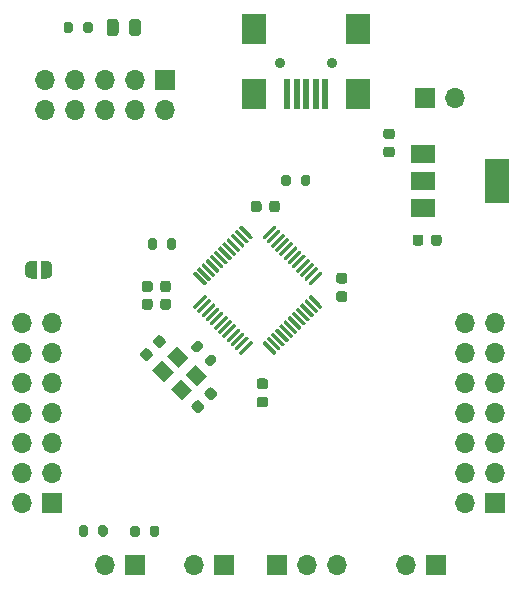
<source format=gbr>
%TF.GenerationSoftware,KiCad,Pcbnew,(5.1.10)-1*%
%TF.CreationDate,2021-07-29T02:28:10+01:00*%
%TF.ProjectId,STM32_MSB,53544d33-325f-44d5-9342-2e6b69636164,rev?*%
%TF.SameCoordinates,Original*%
%TF.FileFunction,Soldermask,Top*%
%TF.FilePolarity,Negative*%
%FSLAX46Y46*%
G04 Gerber Fmt 4.6, Leading zero omitted, Abs format (unit mm)*
G04 Created by KiCad (PCBNEW (5.1.10)-1) date 2021-07-29 02:28:10*
%MOMM*%
%LPD*%
G01*
G04 APERTURE LIST*
%ADD10R,2.000000X2.500000*%
%ADD11R,0.500000X2.500000*%
%ADD12C,0.900000*%
%ADD13O,1.700000X1.700000*%
%ADD14R,1.700000X1.700000*%
%ADD15C,0.100000*%
%ADD16R,2.000000X3.800000*%
%ADD17R,2.000000X1.500000*%
G04 APERTURE END LIST*
D10*
%TO.C,J1*%
X52400000Y-18600000D03*
X43600000Y-18600000D03*
X52400000Y-24100000D03*
X43600000Y-24100000D03*
D11*
X49600000Y-24100000D03*
X48800000Y-24100000D03*
X48000000Y-24100000D03*
X47200000Y-24100000D03*
X46400000Y-24100000D03*
D12*
X50200000Y-21500000D03*
X45800000Y-21500000D03*
%TD*%
%TO.C,C1*%
G36*
G01*
X55250000Y-29500000D02*
X54750000Y-29500000D01*
G75*
G02*
X54525000Y-29275000I0J225000D01*
G01*
X54525000Y-28825000D01*
G75*
G02*
X54750000Y-28600000I225000J0D01*
G01*
X55250000Y-28600000D01*
G75*
G02*
X55475000Y-28825000I0J-225000D01*
G01*
X55475000Y-29275000D01*
G75*
G02*
X55250000Y-29500000I-225000J0D01*
G01*
G37*
G36*
G01*
X55250000Y-27950000D02*
X54750000Y-27950000D01*
G75*
G02*
X54525000Y-27725000I0J225000D01*
G01*
X54525000Y-27275000D01*
G75*
G02*
X54750000Y-27050000I225000J0D01*
G01*
X55250000Y-27050000D01*
G75*
G02*
X55475000Y-27275000I0J-225000D01*
G01*
X55475000Y-27725000D01*
G75*
G02*
X55250000Y-27950000I-225000J0D01*
G01*
G37*
%TD*%
%TO.C,C2*%
G36*
G01*
X58550000Y-36750000D02*
X58550000Y-36250000D01*
G75*
G02*
X58775000Y-36025000I225000J0D01*
G01*
X59225000Y-36025000D01*
G75*
G02*
X59450000Y-36250000I0J-225000D01*
G01*
X59450000Y-36750000D01*
G75*
G02*
X59225000Y-36975000I-225000J0D01*
G01*
X58775000Y-36975000D01*
G75*
G02*
X58550000Y-36750000I0J225000D01*
G01*
G37*
G36*
G01*
X57000000Y-36750000D02*
X57000000Y-36250000D01*
G75*
G02*
X57225000Y-36025000I225000J0D01*
G01*
X57675000Y-36025000D01*
G75*
G02*
X57900000Y-36250000I0J-225000D01*
G01*
X57900000Y-36750000D01*
G75*
G02*
X57675000Y-36975000I-225000J0D01*
G01*
X57225000Y-36975000D01*
G75*
G02*
X57000000Y-36750000I0J225000D01*
G01*
G37*
%TD*%
%TO.C,C3*%
G36*
G01*
X34975000Y-40175000D02*
X34975000Y-40675000D01*
G75*
G02*
X34750000Y-40900000I-225000J0D01*
G01*
X34300000Y-40900000D01*
G75*
G02*
X34075000Y-40675000I0J225000D01*
G01*
X34075000Y-40175000D01*
G75*
G02*
X34300000Y-39950000I225000J0D01*
G01*
X34750000Y-39950000D01*
G75*
G02*
X34975000Y-40175000I0J-225000D01*
G01*
G37*
G36*
G01*
X36525000Y-40175000D02*
X36525000Y-40675000D01*
G75*
G02*
X36300000Y-40900000I-225000J0D01*
G01*
X35850000Y-40900000D01*
G75*
G02*
X35625000Y-40675000I0J225000D01*
G01*
X35625000Y-40175000D01*
G75*
G02*
X35850000Y-39950000I225000J0D01*
G01*
X36300000Y-39950000D01*
G75*
G02*
X36525000Y-40175000I0J-225000D01*
G01*
G37*
%TD*%
%TO.C,C4*%
G36*
G01*
X36525000Y-41675000D02*
X36525000Y-42175000D01*
G75*
G02*
X36300000Y-42400000I-225000J0D01*
G01*
X35850000Y-42400000D01*
G75*
G02*
X35625000Y-42175000I0J225000D01*
G01*
X35625000Y-41675000D01*
G75*
G02*
X35850000Y-41450000I225000J0D01*
G01*
X36300000Y-41450000D01*
G75*
G02*
X36525000Y-41675000I0J-225000D01*
G01*
G37*
G36*
G01*
X34975000Y-41675000D02*
X34975000Y-42175000D01*
G75*
G02*
X34750000Y-42400000I-225000J0D01*
G01*
X34300000Y-42400000D01*
G75*
G02*
X34075000Y-42175000I0J225000D01*
G01*
X34075000Y-41675000D01*
G75*
G02*
X34300000Y-41450000I225000J0D01*
G01*
X34750000Y-41450000D01*
G75*
G02*
X34975000Y-41675000I0J-225000D01*
G01*
G37*
%TD*%
%TO.C,C5*%
G36*
G01*
X51250000Y-40175000D02*
X50750000Y-40175000D01*
G75*
G02*
X50525000Y-39950000I0J225000D01*
G01*
X50525000Y-39500000D01*
G75*
G02*
X50750000Y-39275000I225000J0D01*
G01*
X51250000Y-39275000D01*
G75*
G02*
X51475000Y-39500000I0J-225000D01*
G01*
X51475000Y-39950000D01*
G75*
G02*
X51250000Y-40175000I-225000J0D01*
G01*
G37*
G36*
G01*
X51250000Y-41725000D02*
X50750000Y-41725000D01*
G75*
G02*
X50525000Y-41500000I0J225000D01*
G01*
X50525000Y-41050000D01*
G75*
G02*
X50750000Y-40825000I225000J0D01*
G01*
X51250000Y-40825000D01*
G75*
G02*
X51475000Y-41050000I0J-225000D01*
G01*
X51475000Y-41500000D01*
G75*
G02*
X51250000Y-41725000I-225000J0D01*
G01*
G37*
%TD*%
%TO.C,C6*%
G36*
G01*
X45751200Y-33405000D02*
X45751200Y-33905000D01*
G75*
G02*
X45526200Y-34130000I-225000J0D01*
G01*
X45076200Y-34130000D01*
G75*
G02*
X44851200Y-33905000I0J225000D01*
G01*
X44851200Y-33405000D01*
G75*
G02*
X45076200Y-33180000I225000J0D01*
G01*
X45526200Y-33180000D01*
G75*
G02*
X45751200Y-33405000I0J-225000D01*
G01*
G37*
G36*
G01*
X44201200Y-33405000D02*
X44201200Y-33905000D01*
G75*
G02*
X43976200Y-34130000I-225000J0D01*
G01*
X43526200Y-34130000D01*
G75*
G02*
X43301200Y-33905000I0J225000D01*
G01*
X43301200Y-33405000D01*
G75*
G02*
X43526200Y-33180000I225000J0D01*
G01*
X43976200Y-33180000D01*
G75*
G02*
X44201200Y-33405000I0J-225000D01*
G01*
G37*
%TD*%
%TO.C,C7*%
G36*
G01*
X44022200Y-49765800D02*
X44522200Y-49765800D01*
G75*
G02*
X44747200Y-49990800I0J-225000D01*
G01*
X44747200Y-50440800D01*
G75*
G02*
X44522200Y-50665800I-225000J0D01*
G01*
X44022200Y-50665800D01*
G75*
G02*
X43797200Y-50440800I0J225000D01*
G01*
X43797200Y-49990800D01*
G75*
G02*
X44022200Y-49765800I225000J0D01*
G01*
G37*
G36*
G01*
X44022200Y-48215800D02*
X44522200Y-48215800D01*
G75*
G02*
X44747200Y-48440800I0J-225000D01*
G01*
X44747200Y-48890800D01*
G75*
G02*
X44522200Y-49115800I-225000J0D01*
G01*
X44022200Y-49115800D01*
G75*
G02*
X43797200Y-48890800I0J225000D01*
G01*
X43797200Y-48440800D01*
G75*
G02*
X44022200Y-48215800I225000J0D01*
G01*
G37*
%TD*%
%TO.C,C8*%
G36*
G01*
X34311771Y-46686783D02*
X33958217Y-46333229D01*
G75*
G02*
X33958217Y-46015031I159099J159099D01*
G01*
X34276415Y-45696833D01*
G75*
G02*
X34594613Y-45696833I159099J-159099D01*
G01*
X34948167Y-46050387D01*
G75*
G02*
X34948167Y-46368585I-159099J-159099D01*
G01*
X34629969Y-46686783D01*
G75*
G02*
X34311771Y-46686783I-159099J159099D01*
G01*
G37*
G36*
G01*
X35407787Y-45590767D02*
X35054233Y-45237213D01*
G75*
G02*
X35054233Y-44919015I159099J159099D01*
G01*
X35372431Y-44600817D01*
G75*
G02*
X35690629Y-44600817I159099J-159099D01*
G01*
X36044183Y-44954371D01*
G75*
G02*
X36044183Y-45272569I-159099J-159099D01*
G01*
X35725985Y-45590767D01*
G75*
G02*
X35407787Y-45590767I-159099J159099D01*
G01*
G37*
%TD*%
%TO.C,C9*%
G36*
G01*
X38672911Y-51102624D02*
X38319357Y-50749070D01*
G75*
G02*
X38319357Y-50430872I159099J159099D01*
G01*
X38637555Y-50112674D01*
G75*
G02*
X38955753Y-50112674I159099J-159099D01*
G01*
X39309307Y-50466228D01*
G75*
G02*
X39309307Y-50784426I-159099J-159099D01*
G01*
X38991109Y-51102624D01*
G75*
G02*
X38672911Y-51102624I-159099J159099D01*
G01*
G37*
G36*
G01*
X39768927Y-50006608D02*
X39415373Y-49653054D01*
G75*
G02*
X39415373Y-49334856I159099J159099D01*
G01*
X39733571Y-49016658D01*
G75*
G02*
X40051769Y-49016658I159099J-159099D01*
G01*
X40405323Y-49370212D01*
G75*
G02*
X40405323Y-49688410I-159099J-159099D01*
G01*
X40087125Y-50006608D01*
G75*
G02*
X39768927Y-50006608I-159099J159099D01*
G01*
G37*
%TD*%
%TO.C,D1*%
G36*
G01*
X31100000Y-18975000D02*
X31100000Y-18025000D01*
G75*
G02*
X31350000Y-17775000I250000J0D01*
G01*
X31850000Y-17775000D01*
G75*
G02*
X32100000Y-18025000I0J-250000D01*
G01*
X32100000Y-18975000D01*
G75*
G02*
X31850000Y-19225000I-250000J0D01*
G01*
X31350000Y-19225000D01*
G75*
G02*
X31100000Y-18975000I0J250000D01*
G01*
G37*
G36*
G01*
X33000000Y-18975000D02*
X33000000Y-18025000D01*
G75*
G02*
X33250000Y-17775000I250000J0D01*
G01*
X33750000Y-17775000D01*
G75*
G02*
X34000000Y-18025000I0J-250000D01*
G01*
X34000000Y-18975000D01*
G75*
G02*
X33750000Y-19225000I-250000J0D01*
G01*
X33250000Y-19225000D01*
G75*
G02*
X33000000Y-18975000I0J250000D01*
G01*
G37*
%TD*%
D13*
%TO.C,J2*%
X61460000Y-43500000D03*
X64000000Y-43500000D03*
X61460000Y-46040000D03*
X64000000Y-46040000D03*
X61460000Y-48580000D03*
X64000000Y-48580000D03*
X61460000Y-51120000D03*
X64000000Y-51120000D03*
X61460000Y-53660000D03*
X64000000Y-53660000D03*
X61460000Y-56200000D03*
X64000000Y-56200000D03*
X61460000Y-58740000D03*
D14*
X64000000Y-58740000D03*
%TD*%
%TO.C,J3*%
X26500000Y-58740000D03*
D13*
X23960000Y-58740000D03*
X26500000Y-56200000D03*
X23960000Y-56200000D03*
X26500000Y-53660000D03*
X23960000Y-53660000D03*
X26500000Y-51120000D03*
X23960000Y-51120000D03*
X26500000Y-48580000D03*
X23960000Y-48580000D03*
X26500000Y-46040000D03*
X23960000Y-46040000D03*
X26500000Y-43500000D03*
X23960000Y-43500000D03*
%TD*%
D14*
%TO.C,J4*%
X41000000Y-64000000D03*
D13*
X38460000Y-64000000D03*
%TD*%
%TO.C,J5*%
X30960000Y-64000000D03*
D14*
X33500000Y-64000000D03*
%TD*%
%TO.C,J6*%
X59000000Y-64000000D03*
D13*
X56460000Y-64000000D03*
%TD*%
D14*
%TO.C,J7*%
X36040000Y-22960000D03*
D13*
X36040000Y-25500000D03*
X33500000Y-22960000D03*
X33500000Y-25500000D03*
X30960000Y-22960000D03*
X30960000Y-25500000D03*
X28420000Y-22960000D03*
X28420000Y-25500000D03*
X25880000Y-22960000D03*
X25880000Y-25500000D03*
%TD*%
D14*
%TO.C,J8*%
X45500000Y-64000000D03*
D13*
X48040000Y-64000000D03*
X50580000Y-64000000D03*
%TD*%
%TO.C,JP1*%
X60540000Y-24500000D03*
D14*
X58000000Y-24500000D03*
%TD*%
D15*
%TO.C,JP2*%
G36*
X25200000Y-39750000D02*
G01*
X24700000Y-39750000D01*
X24700000Y-39749398D01*
X24675466Y-39749398D01*
X24626635Y-39744588D01*
X24578510Y-39735016D01*
X24531555Y-39720772D01*
X24486222Y-39701995D01*
X24442949Y-39678864D01*
X24402150Y-39651604D01*
X24364221Y-39620476D01*
X24329524Y-39585779D01*
X24298396Y-39547850D01*
X24271136Y-39507051D01*
X24248005Y-39463778D01*
X24229228Y-39418445D01*
X24214984Y-39371490D01*
X24205412Y-39323365D01*
X24200602Y-39274534D01*
X24200602Y-39250000D01*
X24200000Y-39250000D01*
X24200000Y-38750000D01*
X24200602Y-38750000D01*
X24200602Y-38725466D01*
X24205412Y-38676635D01*
X24214984Y-38628510D01*
X24229228Y-38581555D01*
X24248005Y-38536222D01*
X24271136Y-38492949D01*
X24298396Y-38452150D01*
X24329524Y-38414221D01*
X24364221Y-38379524D01*
X24402150Y-38348396D01*
X24442949Y-38321136D01*
X24486222Y-38298005D01*
X24531555Y-38279228D01*
X24578510Y-38264984D01*
X24626635Y-38255412D01*
X24675466Y-38250602D01*
X24700000Y-38250602D01*
X24700000Y-38250000D01*
X25200000Y-38250000D01*
X25200000Y-39750000D01*
G37*
G36*
X26000000Y-38250602D02*
G01*
X26024534Y-38250602D01*
X26073365Y-38255412D01*
X26121490Y-38264984D01*
X26168445Y-38279228D01*
X26213778Y-38298005D01*
X26257051Y-38321136D01*
X26297850Y-38348396D01*
X26335779Y-38379524D01*
X26370476Y-38414221D01*
X26401604Y-38452150D01*
X26428864Y-38492949D01*
X26451995Y-38536222D01*
X26470772Y-38581555D01*
X26485016Y-38628510D01*
X26494588Y-38676635D01*
X26499398Y-38725466D01*
X26499398Y-38750000D01*
X26500000Y-38750000D01*
X26500000Y-39250000D01*
X26499398Y-39250000D01*
X26499398Y-39274534D01*
X26494588Y-39323365D01*
X26485016Y-39371490D01*
X26470772Y-39418445D01*
X26451995Y-39463778D01*
X26428864Y-39507051D01*
X26401604Y-39547850D01*
X26370476Y-39585779D01*
X26335779Y-39620476D01*
X26297850Y-39651604D01*
X26257051Y-39678864D01*
X26213778Y-39701995D01*
X26168445Y-39720772D01*
X26121490Y-39735016D01*
X26073365Y-39744588D01*
X26024534Y-39749398D01*
X26000000Y-39749398D01*
X26000000Y-39750000D01*
X25500000Y-39750000D01*
X25500000Y-38250000D01*
X26000000Y-38250000D01*
X26000000Y-38250602D01*
G37*
%TD*%
%TO.C,R1*%
G36*
G01*
X47529800Y-31720200D02*
X47529800Y-31170200D01*
G75*
G02*
X47729800Y-30970200I200000J0D01*
G01*
X48129800Y-30970200D01*
G75*
G02*
X48329800Y-31170200I0J-200000D01*
G01*
X48329800Y-31720200D01*
G75*
G02*
X48129800Y-31920200I-200000J0D01*
G01*
X47729800Y-31920200D01*
G75*
G02*
X47529800Y-31720200I0J200000D01*
G01*
G37*
G36*
G01*
X45879800Y-31720200D02*
X45879800Y-31170200D01*
G75*
G02*
X46079800Y-30970200I200000J0D01*
G01*
X46479800Y-30970200D01*
G75*
G02*
X46679800Y-31170200I0J-200000D01*
G01*
X46679800Y-31720200D01*
G75*
G02*
X46479800Y-31920200I-200000J0D01*
G01*
X46079800Y-31920200D01*
G75*
G02*
X45879800Y-31720200I0J200000D01*
G01*
G37*
%TD*%
%TO.C,R2*%
G36*
G01*
X29900000Y-18225000D02*
X29900000Y-18775000D01*
G75*
G02*
X29700000Y-18975000I-200000J0D01*
G01*
X29300000Y-18975000D01*
G75*
G02*
X29100000Y-18775000I0J200000D01*
G01*
X29100000Y-18225000D01*
G75*
G02*
X29300000Y-18025000I200000J0D01*
G01*
X29700000Y-18025000D01*
G75*
G02*
X29900000Y-18225000I0J-200000D01*
G01*
G37*
G36*
G01*
X28250000Y-18225000D02*
X28250000Y-18775000D01*
G75*
G02*
X28050000Y-18975000I-200000J0D01*
G01*
X27650000Y-18975000D01*
G75*
G02*
X27450000Y-18775000I0J200000D01*
G01*
X27450000Y-18225000D01*
G75*
G02*
X27650000Y-18025000I200000J0D01*
G01*
X28050000Y-18025000D01*
G75*
G02*
X28250000Y-18225000I0J-200000D01*
G01*
G37*
%TD*%
%TO.C,R3*%
G36*
G01*
X37001400Y-36555000D02*
X37001400Y-37105000D01*
G75*
G02*
X36801400Y-37305000I-200000J0D01*
G01*
X36401400Y-37305000D01*
G75*
G02*
X36201400Y-37105000I0J200000D01*
G01*
X36201400Y-36555000D01*
G75*
G02*
X36401400Y-36355000I200000J0D01*
G01*
X36801400Y-36355000D01*
G75*
G02*
X37001400Y-36555000I0J-200000D01*
G01*
G37*
G36*
G01*
X35351400Y-36555000D02*
X35351400Y-37105000D01*
G75*
G02*
X35151400Y-37305000I-200000J0D01*
G01*
X34751400Y-37305000D01*
G75*
G02*
X34551400Y-37105000I0J200000D01*
G01*
X34551400Y-36555000D01*
G75*
G02*
X34751400Y-36355000I200000J0D01*
G01*
X35151400Y-36355000D01*
G75*
G02*
X35351400Y-36555000I0J-200000D01*
G01*
G37*
%TD*%
%TO.C,R4*%
G36*
G01*
X39433051Y-46594818D02*
X39821960Y-46205909D01*
G75*
G02*
X40104802Y-46205909I141421J-141421D01*
G01*
X40387645Y-46488752D01*
G75*
G02*
X40387645Y-46771594I-141421J-141421D01*
G01*
X39998736Y-47160503D01*
G75*
G02*
X39715894Y-47160503I-141421J141421D01*
G01*
X39433051Y-46877660D01*
G75*
G02*
X39433051Y-46594818I141421J141421D01*
G01*
G37*
G36*
G01*
X38266325Y-45428092D02*
X38655234Y-45039183D01*
G75*
G02*
X38938076Y-45039183I141421J-141421D01*
G01*
X39220919Y-45322026D01*
G75*
G02*
X39220919Y-45604868I-141421J-141421D01*
G01*
X38832010Y-45993777D01*
G75*
G02*
X38549168Y-45993777I-141421J141421D01*
G01*
X38266325Y-45710934D01*
G75*
G02*
X38266325Y-45428092I141421J141421D01*
G01*
G37*
%TD*%
%TO.C,R5*%
G36*
G01*
X28725000Y-61400000D02*
X28725000Y-60850000D01*
G75*
G02*
X28925000Y-60650000I200000J0D01*
G01*
X29325000Y-60650000D01*
G75*
G02*
X29525000Y-60850000I0J-200000D01*
G01*
X29525000Y-61400000D01*
G75*
G02*
X29325000Y-61600000I-200000J0D01*
G01*
X28925000Y-61600000D01*
G75*
G02*
X28725000Y-61400000I0J200000D01*
G01*
G37*
G36*
G01*
X30375000Y-61400000D02*
X30375000Y-60850000D01*
G75*
G02*
X30575000Y-60650000I200000J0D01*
G01*
X30975000Y-60650000D01*
G75*
G02*
X31175000Y-60850000I0J-200000D01*
G01*
X31175000Y-61400000D01*
G75*
G02*
X30975000Y-61600000I-200000J0D01*
G01*
X30575000Y-61600000D01*
G75*
G02*
X30375000Y-61400000I0J200000D01*
G01*
G37*
%TD*%
%TO.C,R6*%
G36*
G01*
X33875000Y-60875000D02*
X33875000Y-61425000D01*
G75*
G02*
X33675000Y-61625000I-200000J0D01*
G01*
X33275000Y-61625000D01*
G75*
G02*
X33075000Y-61425000I0J200000D01*
G01*
X33075000Y-60875000D01*
G75*
G02*
X33275000Y-60675000I200000J0D01*
G01*
X33675000Y-60675000D01*
G75*
G02*
X33875000Y-60875000I0J-200000D01*
G01*
G37*
G36*
G01*
X35525000Y-60875000D02*
X35525000Y-61425000D01*
G75*
G02*
X35325000Y-61625000I-200000J0D01*
G01*
X34925000Y-61625000D01*
G75*
G02*
X34725000Y-61425000I0J200000D01*
G01*
X34725000Y-60875000D01*
G75*
G02*
X34925000Y-60675000I200000J0D01*
G01*
X35325000Y-60675000D01*
G75*
G02*
X35525000Y-60875000I0J-200000D01*
G01*
G37*
%TD*%
D16*
%TO.C,U1*%
X64150000Y-31500000D03*
D17*
X57850000Y-31500000D03*
X57850000Y-33800000D03*
X57850000Y-29200000D03*
%TD*%
%TO.C,U2*%
G36*
G01*
X38523557Y-42306757D02*
X38417491Y-42200691D01*
G75*
G02*
X38417491Y-42094625I53033J53033D01*
G01*
X39354407Y-41157709D01*
G75*
G02*
X39460473Y-41157709I53033J-53033D01*
G01*
X39566539Y-41263775D01*
G75*
G02*
X39566539Y-41369841I-53033J-53033D01*
G01*
X38629623Y-42306757D01*
G75*
G02*
X38523557Y-42306757I-53033J53033D01*
G01*
G37*
G36*
G01*
X38877111Y-42660311D02*
X38771045Y-42554245D01*
G75*
G02*
X38771045Y-42448179I53033J53033D01*
G01*
X39707961Y-41511263D01*
G75*
G02*
X39814027Y-41511263I53033J-53033D01*
G01*
X39920093Y-41617329D01*
G75*
G02*
X39920093Y-41723395I-53033J-53033D01*
G01*
X38983177Y-42660311D01*
G75*
G02*
X38877111Y-42660311I-53033J53033D01*
G01*
G37*
G36*
G01*
X39230664Y-43013864D02*
X39124598Y-42907798D01*
G75*
G02*
X39124598Y-42801732I53033J53033D01*
G01*
X40061514Y-41864816D01*
G75*
G02*
X40167580Y-41864816I53033J-53033D01*
G01*
X40273646Y-41970882D01*
G75*
G02*
X40273646Y-42076948I-53033J-53033D01*
G01*
X39336730Y-43013864D01*
G75*
G02*
X39230664Y-43013864I-53033J53033D01*
G01*
G37*
G36*
G01*
X39584218Y-43367418D02*
X39478152Y-43261352D01*
G75*
G02*
X39478152Y-43155286I53033J53033D01*
G01*
X40415068Y-42218370D01*
G75*
G02*
X40521134Y-42218370I53033J-53033D01*
G01*
X40627200Y-42324436D01*
G75*
G02*
X40627200Y-42430502I-53033J-53033D01*
G01*
X39690284Y-43367418D01*
G75*
G02*
X39584218Y-43367418I-53033J53033D01*
G01*
G37*
G36*
G01*
X39937771Y-43720971D02*
X39831705Y-43614905D01*
G75*
G02*
X39831705Y-43508839I53033J53033D01*
G01*
X40768621Y-42571923D01*
G75*
G02*
X40874687Y-42571923I53033J-53033D01*
G01*
X40980753Y-42677989D01*
G75*
G02*
X40980753Y-42784055I-53033J-53033D01*
G01*
X40043837Y-43720971D01*
G75*
G02*
X39937771Y-43720971I-53033J53033D01*
G01*
G37*
G36*
G01*
X40291324Y-44074524D02*
X40185258Y-43968458D01*
G75*
G02*
X40185258Y-43862392I53033J53033D01*
G01*
X41122174Y-42925476D01*
G75*
G02*
X41228240Y-42925476I53033J-53033D01*
G01*
X41334306Y-43031542D01*
G75*
G02*
X41334306Y-43137608I-53033J-53033D01*
G01*
X40397390Y-44074524D01*
G75*
G02*
X40291324Y-44074524I-53033J53033D01*
G01*
G37*
G36*
G01*
X40644878Y-44428078D02*
X40538812Y-44322012D01*
G75*
G02*
X40538812Y-44215946I53033J53033D01*
G01*
X41475728Y-43279030D01*
G75*
G02*
X41581794Y-43279030I53033J-53033D01*
G01*
X41687860Y-43385096D01*
G75*
G02*
X41687860Y-43491162I-53033J-53033D01*
G01*
X40750944Y-44428078D01*
G75*
G02*
X40644878Y-44428078I-53033J53033D01*
G01*
G37*
G36*
G01*
X40998431Y-44781631D02*
X40892365Y-44675565D01*
G75*
G02*
X40892365Y-44569499I53033J53033D01*
G01*
X41829281Y-43632583D01*
G75*
G02*
X41935347Y-43632583I53033J-53033D01*
G01*
X42041413Y-43738649D01*
G75*
G02*
X42041413Y-43844715I-53033J-53033D01*
G01*
X41104497Y-44781631D01*
G75*
G02*
X40998431Y-44781631I-53033J53033D01*
G01*
G37*
G36*
G01*
X41351984Y-45135184D02*
X41245918Y-45029118D01*
G75*
G02*
X41245918Y-44923052I53033J53033D01*
G01*
X42182834Y-43986136D01*
G75*
G02*
X42288900Y-43986136I53033J-53033D01*
G01*
X42394966Y-44092202D01*
G75*
G02*
X42394966Y-44198268I-53033J-53033D01*
G01*
X41458050Y-45135184D01*
G75*
G02*
X41351984Y-45135184I-53033J53033D01*
G01*
G37*
G36*
G01*
X41705538Y-45488738D02*
X41599472Y-45382672D01*
G75*
G02*
X41599472Y-45276606I53033J53033D01*
G01*
X42536388Y-44339690D01*
G75*
G02*
X42642454Y-44339690I53033J-53033D01*
G01*
X42748520Y-44445756D01*
G75*
G02*
X42748520Y-44551822I-53033J-53033D01*
G01*
X41811604Y-45488738D01*
G75*
G02*
X41705538Y-45488738I-53033J53033D01*
G01*
G37*
G36*
G01*
X42059091Y-45842291D02*
X41953025Y-45736225D01*
G75*
G02*
X41953025Y-45630159I53033J53033D01*
G01*
X42889941Y-44693243D01*
G75*
G02*
X42996007Y-44693243I53033J-53033D01*
G01*
X43102073Y-44799309D01*
G75*
G02*
X43102073Y-44905375I-53033J-53033D01*
G01*
X42165157Y-45842291D01*
G75*
G02*
X42059091Y-45842291I-53033J53033D01*
G01*
G37*
G36*
G01*
X42412645Y-46195845D02*
X42306579Y-46089779D01*
G75*
G02*
X42306579Y-45983713I53033J53033D01*
G01*
X43243495Y-45046797D01*
G75*
G02*
X43349561Y-45046797I53033J-53033D01*
G01*
X43455627Y-45152863D01*
G75*
G02*
X43455627Y-45258929I-53033J-53033D01*
G01*
X42518711Y-46195845D01*
G75*
G02*
X42412645Y-46195845I-53033J53033D01*
G01*
G37*
G36*
G01*
X45241071Y-46195845D02*
X44304155Y-45258929D01*
G75*
G02*
X44304155Y-45152863I53033J53033D01*
G01*
X44410221Y-45046797D01*
G75*
G02*
X44516287Y-45046797I53033J-53033D01*
G01*
X45453203Y-45983713D01*
G75*
G02*
X45453203Y-46089779I-53033J-53033D01*
G01*
X45347137Y-46195845D01*
G75*
G02*
X45241071Y-46195845I-53033J53033D01*
G01*
G37*
G36*
G01*
X45594625Y-45842291D02*
X44657709Y-44905375D01*
G75*
G02*
X44657709Y-44799309I53033J53033D01*
G01*
X44763775Y-44693243D01*
G75*
G02*
X44869841Y-44693243I53033J-53033D01*
G01*
X45806757Y-45630159D01*
G75*
G02*
X45806757Y-45736225I-53033J-53033D01*
G01*
X45700691Y-45842291D01*
G75*
G02*
X45594625Y-45842291I-53033J53033D01*
G01*
G37*
G36*
G01*
X45948178Y-45488738D02*
X45011262Y-44551822D01*
G75*
G02*
X45011262Y-44445756I53033J53033D01*
G01*
X45117328Y-44339690D01*
G75*
G02*
X45223394Y-44339690I53033J-53033D01*
G01*
X46160310Y-45276606D01*
G75*
G02*
X46160310Y-45382672I-53033J-53033D01*
G01*
X46054244Y-45488738D01*
G75*
G02*
X45948178Y-45488738I-53033J53033D01*
G01*
G37*
G36*
G01*
X46301732Y-45135184D02*
X45364816Y-44198268D01*
G75*
G02*
X45364816Y-44092202I53033J53033D01*
G01*
X45470882Y-43986136D01*
G75*
G02*
X45576948Y-43986136I53033J-53033D01*
G01*
X46513864Y-44923052D01*
G75*
G02*
X46513864Y-45029118I-53033J-53033D01*
G01*
X46407798Y-45135184D01*
G75*
G02*
X46301732Y-45135184I-53033J53033D01*
G01*
G37*
G36*
G01*
X46655285Y-44781631D02*
X45718369Y-43844715D01*
G75*
G02*
X45718369Y-43738649I53033J53033D01*
G01*
X45824435Y-43632583D01*
G75*
G02*
X45930501Y-43632583I53033J-53033D01*
G01*
X46867417Y-44569499D01*
G75*
G02*
X46867417Y-44675565I-53033J-53033D01*
G01*
X46761351Y-44781631D01*
G75*
G02*
X46655285Y-44781631I-53033J53033D01*
G01*
G37*
G36*
G01*
X47008838Y-44428078D02*
X46071922Y-43491162D01*
G75*
G02*
X46071922Y-43385096I53033J53033D01*
G01*
X46177988Y-43279030D01*
G75*
G02*
X46284054Y-43279030I53033J-53033D01*
G01*
X47220970Y-44215946D01*
G75*
G02*
X47220970Y-44322012I-53033J-53033D01*
G01*
X47114904Y-44428078D01*
G75*
G02*
X47008838Y-44428078I-53033J53033D01*
G01*
G37*
G36*
G01*
X47362392Y-44074524D02*
X46425476Y-43137608D01*
G75*
G02*
X46425476Y-43031542I53033J53033D01*
G01*
X46531542Y-42925476D01*
G75*
G02*
X46637608Y-42925476I53033J-53033D01*
G01*
X47574524Y-43862392D01*
G75*
G02*
X47574524Y-43968458I-53033J-53033D01*
G01*
X47468458Y-44074524D01*
G75*
G02*
X47362392Y-44074524I-53033J53033D01*
G01*
G37*
G36*
G01*
X47715945Y-43720971D02*
X46779029Y-42784055D01*
G75*
G02*
X46779029Y-42677989I53033J53033D01*
G01*
X46885095Y-42571923D01*
G75*
G02*
X46991161Y-42571923I53033J-53033D01*
G01*
X47928077Y-43508839D01*
G75*
G02*
X47928077Y-43614905I-53033J-53033D01*
G01*
X47822011Y-43720971D01*
G75*
G02*
X47715945Y-43720971I-53033J53033D01*
G01*
G37*
G36*
G01*
X48069498Y-43367418D02*
X47132582Y-42430502D01*
G75*
G02*
X47132582Y-42324436I53033J53033D01*
G01*
X47238648Y-42218370D01*
G75*
G02*
X47344714Y-42218370I53033J-53033D01*
G01*
X48281630Y-43155286D01*
G75*
G02*
X48281630Y-43261352I-53033J-53033D01*
G01*
X48175564Y-43367418D01*
G75*
G02*
X48069498Y-43367418I-53033J53033D01*
G01*
G37*
G36*
G01*
X48423052Y-43013864D02*
X47486136Y-42076948D01*
G75*
G02*
X47486136Y-41970882I53033J53033D01*
G01*
X47592202Y-41864816D01*
G75*
G02*
X47698268Y-41864816I53033J-53033D01*
G01*
X48635184Y-42801732D01*
G75*
G02*
X48635184Y-42907798I-53033J-53033D01*
G01*
X48529118Y-43013864D01*
G75*
G02*
X48423052Y-43013864I-53033J53033D01*
G01*
G37*
G36*
G01*
X48776605Y-42660311D02*
X47839689Y-41723395D01*
G75*
G02*
X47839689Y-41617329I53033J53033D01*
G01*
X47945755Y-41511263D01*
G75*
G02*
X48051821Y-41511263I53033J-53033D01*
G01*
X48988737Y-42448179D01*
G75*
G02*
X48988737Y-42554245I-53033J-53033D01*
G01*
X48882671Y-42660311D01*
G75*
G02*
X48776605Y-42660311I-53033J53033D01*
G01*
G37*
G36*
G01*
X49130159Y-42306757D02*
X48193243Y-41369841D01*
G75*
G02*
X48193243Y-41263775I53033J53033D01*
G01*
X48299309Y-41157709D01*
G75*
G02*
X48405375Y-41157709I53033J-53033D01*
G01*
X49342291Y-42094625D01*
G75*
G02*
X49342291Y-42200691I-53033J-53033D01*
G01*
X49236225Y-42306757D01*
G75*
G02*
X49130159Y-42306757I-53033J53033D01*
G01*
G37*
G36*
G01*
X48299309Y-40309181D02*
X48193243Y-40203115D01*
G75*
G02*
X48193243Y-40097049I53033J53033D01*
G01*
X49130159Y-39160133D01*
G75*
G02*
X49236225Y-39160133I53033J-53033D01*
G01*
X49342291Y-39266199D01*
G75*
G02*
X49342291Y-39372265I-53033J-53033D01*
G01*
X48405375Y-40309181D01*
G75*
G02*
X48299309Y-40309181I-53033J53033D01*
G01*
G37*
G36*
G01*
X47945755Y-39955627D02*
X47839689Y-39849561D01*
G75*
G02*
X47839689Y-39743495I53033J53033D01*
G01*
X48776605Y-38806579D01*
G75*
G02*
X48882671Y-38806579I53033J-53033D01*
G01*
X48988737Y-38912645D01*
G75*
G02*
X48988737Y-39018711I-53033J-53033D01*
G01*
X48051821Y-39955627D01*
G75*
G02*
X47945755Y-39955627I-53033J53033D01*
G01*
G37*
G36*
G01*
X47592202Y-39602074D02*
X47486136Y-39496008D01*
G75*
G02*
X47486136Y-39389942I53033J53033D01*
G01*
X48423052Y-38453026D01*
G75*
G02*
X48529118Y-38453026I53033J-53033D01*
G01*
X48635184Y-38559092D01*
G75*
G02*
X48635184Y-38665158I-53033J-53033D01*
G01*
X47698268Y-39602074D01*
G75*
G02*
X47592202Y-39602074I-53033J53033D01*
G01*
G37*
G36*
G01*
X47238648Y-39248520D02*
X47132582Y-39142454D01*
G75*
G02*
X47132582Y-39036388I53033J53033D01*
G01*
X48069498Y-38099472D01*
G75*
G02*
X48175564Y-38099472I53033J-53033D01*
G01*
X48281630Y-38205538D01*
G75*
G02*
X48281630Y-38311604I-53033J-53033D01*
G01*
X47344714Y-39248520D01*
G75*
G02*
X47238648Y-39248520I-53033J53033D01*
G01*
G37*
G36*
G01*
X46885095Y-38894967D02*
X46779029Y-38788901D01*
G75*
G02*
X46779029Y-38682835I53033J53033D01*
G01*
X47715945Y-37745919D01*
G75*
G02*
X47822011Y-37745919I53033J-53033D01*
G01*
X47928077Y-37851985D01*
G75*
G02*
X47928077Y-37958051I-53033J-53033D01*
G01*
X46991161Y-38894967D01*
G75*
G02*
X46885095Y-38894967I-53033J53033D01*
G01*
G37*
G36*
G01*
X46531542Y-38541414D02*
X46425476Y-38435348D01*
G75*
G02*
X46425476Y-38329282I53033J53033D01*
G01*
X47362392Y-37392366D01*
G75*
G02*
X47468458Y-37392366I53033J-53033D01*
G01*
X47574524Y-37498432D01*
G75*
G02*
X47574524Y-37604498I-53033J-53033D01*
G01*
X46637608Y-38541414D01*
G75*
G02*
X46531542Y-38541414I-53033J53033D01*
G01*
G37*
G36*
G01*
X46177988Y-38187860D02*
X46071922Y-38081794D01*
G75*
G02*
X46071922Y-37975728I53033J53033D01*
G01*
X47008838Y-37038812D01*
G75*
G02*
X47114904Y-37038812I53033J-53033D01*
G01*
X47220970Y-37144878D01*
G75*
G02*
X47220970Y-37250944I-53033J-53033D01*
G01*
X46284054Y-38187860D01*
G75*
G02*
X46177988Y-38187860I-53033J53033D01*
G01*
G37*
G36*
G01*
X45824435Y-37834307D02*
X45718369Y-37728241D01*
G75*
G02*
X45718369Y-37622175I53033J53033D01*
G01*
X46655285Y-36685259D01*
G75*
G02*
X46761351Y-36685259I53033J-53033D01*
G01*
X46867417Y-36791325D01*
G75*
G02*
X46867417Y-36897391I-53033J-53033D01*
G01*
X45930501Y-37834307D01*
G75*
G02*
X45824435Y-37834307I-53033J53033D01*
G01*
G37*
G36*
G01*
X45470882Y-37480754D02*
X45364816Y-37374688D01*
G75*
G02*
X45364816Y-37268622I53033J53033D01*
G01*
X46301732Y-36331706D01*
G75*
G02*
X46407798Y-36331706I53033J-53033D01*
G01*
X46513864Y-36437772D01*
G75*
G02*
X46513864Y-36543838I-53033J-53033D01*
G01*
X45576948Y-37480754D01*
G75*
G02*
X45470882Y-37480754I-53033J53033D01*
G01*
G37*
G36*
G01*
X45117328Y-37127200D02*
X45011262Y-37021134D01*
G75*
G02*
X45011262Y-36915068I53033J53033D01*
G01*
X45948178Y-35978152D01*
G75*
G02*
X46054244Y-35978152I53033J-53033D01*
G01*
X46160310Y-36084218D01*
G75*
G02*
X46160310Y-36190284I-53033J-53033D01*
G01*
X45223394Y-37127200D01*
G75*
G02*
X45117328Y-37127200I-53033J53033D01*
G01*
G37*
G36*
G01*
X44763775Y-36773647D02*
X44657709Y-36667581D01*
G75*
G02*
X44657709Y-36561515I53033J53033D01*
G01*
X45594625Y-35624599D01*
G75*
G02*
X45700691Y-35624599I53033J-53033D01*
G01*
X45806757Y-35730665D01*
G75*
G02*
X45806757Y-35836731I-53033J-53033D01*
G01*
X44869841Y-36773647D01*
G75*
G02*
X44763775Y-36773647I-53033J53033D01*
G01*
G37*
G36*
G01*
X44410221Y-36420093D02*
X44304155Y-36314027D01*
G75*
G02*
X44304155Y-36207961I53033J53033D01*
G01*
X45241071Y-35271045D01*
G75*
G02*
X45347137Y-35271045I53033J-53033D01*
G01*
X45453203Y-35377111D01*
G75*
G02*
X45453203Y-35483177I-53033J-53033D01*
G01*
X44516287Y-36420093D01*
G75*
G02*
X44410221Y-36420093I-53033J53033D01*
G01*
G37*
G36*
G01*
X43243495Y-36420093D02*
X42306579Y-35483177D01*
G75*
G02*
X42306579Y-35377111I53033J53033D01*
G01*
X42412645Y-35271045D01*
G75*
G02*
X42518711Y-35271045I53033J-53033D01*
G01*
X43455627Y-36207961D01*
G75*
G02*
X43455627Y-36314027I-53033J-53033D01*
G01*
X43349561Y-36420093D01*
G75*
G02*
X43243495Y-36420093I-53033J53033D01*
G01*
G37*
G36*
G01*
X42889941Y-36773647D02*
X41953025Y-35836731D01*
G75*
G02*
X41953025Y-35730665I53033J53033D01*
G01*
X42059091Y-35624599D01*
G75*
G02*
X42165157Y-35624599I53033J-53033D01*
G01*
X43102073Y-36561515D01*
G75*
G02*
X43102073Y-36667581I-53033J-53033D01*
G01*
X42996007Y-36773647D01*
G75*
G02*
X42889941Y-36773647I-53033J53033D01*
G01*
G37*
G36*
G01*
X42536388Y-37127200D02*
X41599472Y-36190284D01*
G75*
G02*
X41599472Y-36084218I53033J53033D01*
G01*
X41705538Y-35978152D01*
G75*
G02*
X41811604Y-35978152I53033J-53033D01*
G01*
X42748520Y-36915068D01*
G75*
G02*
X42748520Y-37021134I-53033J-53033D01*
G01*
X42642454Y-37127200D01*
G75*
G02*
X42536388Y-37127200I-53033J53033D01*
G01*
G37*
G36*
G01*
X42182834Y-37480754D02*
X41245918Y-36543838D01*
G75*
G02*
X41245918Y-36437772I53033J53033D01*
G01*
X41351984Y-36331706D01*
G75*
G02*
X41458050Y-36331706I53033J-53033D01*
G01*
X42394966Y-37268622D01*
G75*
G02*
X42394966Y-37374688I-53033J-53033D01*
G01*
X42288900Y-37480754D01*
G75*
G02*
X42182834Y-37480754I-53033J53033D01*
G01*
G37*
G36*
G01*
X41829281Y-37834307D02*
X40892365Y-36897391D01*
G75*
G02*
X40892365Y-36791325I53033J53033D01*
G01*
X40998431Y-36685259D01*
G75*
G02*
X41104497Y-36685259I53033J-53033D01*
G01*
X42041413Y-37622175D01*
G75*
G02*
X42041413Y-37728241I-53033J-53033D01*
G01*
X41935347Y-37834307D01*
G75*
G02*
X41829281Y-37834307I-53033J53033D01*
G01*
G37*
G36*
G01*
X41475728Y-38187860D02*
X40538812Y-37250944D01*
G75*
G02*
X40538812Y-37144878I53033J53033D01*
G01*
X40644878Y-37038812D01*
G75*
G02*
X40750944Y-37038812I53033J-53033D01*
G01*
X41687860Y-37975728D01*
G75*
G02*
X41687860Y-38081794I-53033J-53033D01*
G01*
X41581794Y-38187860D01*
G75*
G02*
X41475728Y-38187860I-53033J53033D01*
G01*
G37*
G36*
G01*
X41122174Y-38541414D02*
X40185258Y-37604498D01*
G75*
G02*
X40185258Y-37498432I53033J53033D01*
G01*
X40291324Y-37392366D01*
G75*
G02*
X40397390Y-37392366I53033J-53033D01*
G01*
X41334306Y-38329282D01*
G75*
G02*
X41334306Y-38435348I-53033J-53033D01*
G01*
X41228240Y-38541414D01*
G75*
G02*
X41122174Y-38541414I-53033J53033D01*
G01*
G37*
G36*
G01*
X40768621Y-38894967D02*
X39831705Y-37958051D01*
G75*
G02*
X39831705Y-37851985I53033J53033D01*
G01*
X39937771Y-37745919D01*
G75*
G02*
X40043837Y-37745919I53033J-53033D01*
G01*
X40980753Y-38682835D01*
G75*
G02*
X40980753Y-38788901I-53033J-53033D01*
G01*
X40874687Y-38894967D01*
G75*
G02*
X40768621Y-38894967I-53033J53033D01*
G01*
G37*
G36*
G01*
X40415068Y-39248520D02*
X39478152Y-38311604D01*
G75*
G02*
X39478152Y-38205538I53033J53033D01*
G01*
X39584218Y-38099472D01*
G75*
G02*
X39690284Y-38099472I53033J-53033D01*
G01*
X40627200Y-39036388D01*
G75*
G02*
X40627200Y-39142454I-53033J-53033D01*
G01*
X40521134Y-39248520D01*
G75*
G02*
X40415068Y-39248520I-53033J53033D01*
G01*
G37*
G36*
G01*
X40061514Y-39602074D02*
X39124598Y-38665158D01*
G75*
G02*
X39124598Y-38559092I53033J53033D01*
G01*
X39230664Y-38453026D01*
G75*
G02*
X39336730Y-38453026I53033J-53033D01*
G01*
X40273646Y-39389942D01*
G75*
G02*
X40273646Y-39496008I-53033J-53033D01*
G01*
X40167580Y-39602074D01*
G75*
G02*
X40061514Y-39602074I-53033J53033D01*
G01*
G37*
G36*
G01*
X39707961Y-39955627D02*
X38771045Y-39018711D01*
G75*
G02*
X38771045Y-38912645I53033J53033D01*
G01*
X38877111Y-38806579D01*
G75*
G02*
X38983177Y-38806579I53033J-53033D01*
G01*
X39920093Y-39743495D01*
G75*
G02*
X39920093Y-39849561I-53033J-53033D01*
G01*
X39814027Y-39955627D01*
G75*
G02*
X39707961Y-39955627I-53033J53033D01*
G01*
G37*
G36*
G01*
X39354407Y-40309181D02*
X38417491Y-39372265D01*
G75*
G02*
X38417491Y-39266199I53033J53033D01*
G01*
X38523557Y-39160133D01*
G75*
G02*
X38629623Y-39160133I53033J-53033D01*
G01*
X39566539Y-40097049D01*
G75*
G02*
X39566539Y-40203115I-53033J-53033D01*
G01*
X39460473Y-40309181D01*
G75*
G02*
X39354407Y-40309181I-53033J53033D01*
G01*
G37*
%TD*%
D15*
%TO.C,Y1*%
G36*
X34960600Y-47531734D02*
G01*
X35809128Y-46683206D01*
X36799078Y-47673156D01*
X35950550Y-48521684D01*
X34960600Y-47531734D01*
G37*
G36*
X36516235Y-49087369D02*
G01*
X37364763Y-48238841D01*
X38354713Y-49228791D01*
X37506185Y-50077319D01*
X36516235Y-49087369D01*
G37*
G36*
X37718316Y-47885288D02*
G01*
X38566844Y-47036760D01*
X39556794Y-48026710D01*
X38708266Y-48875238D01*
X37718316Y-47885288D01*
G37*
G36*
X36162681Y-46329653D02*
G01*
X37011209Y-45481125D01*
X38001159Y-46471075D01*
X37152631Y-47319603D01*
X36162681Y-46329653D01*
G37*
%TD*%
M02*

</source>
